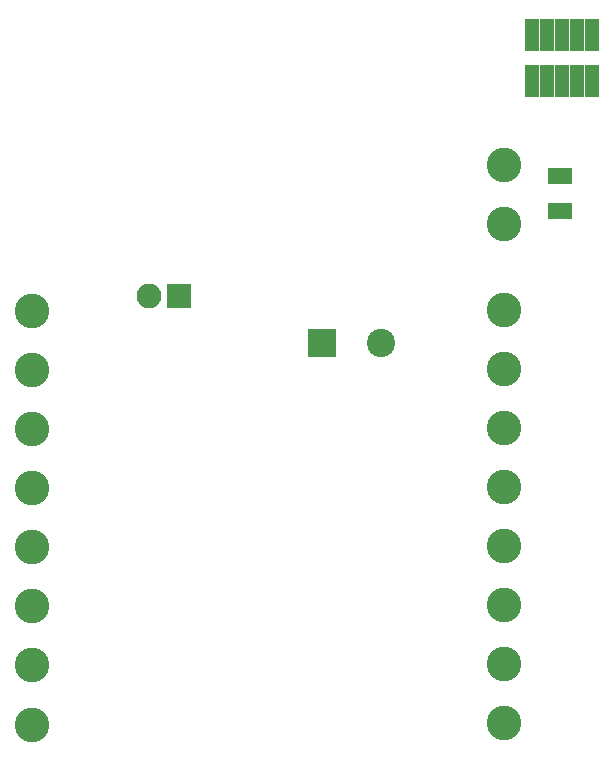
<source format=gbr>
G04 #@! TF.FileFunction,Soldermask,Bot*
%FSLAX46Y46*%
G04 Gerber Fmt 4.6, Leading zero omitted, Abs format (unit mm)*
G04 Created by KiCad (PCBNEW 4.0.7-e2-6376~58~ubuntu16.04.1) date Fri Nov 24 15:55:31 2017*
%MOMM*%
%LPD*%
G01*
G04 APERTURE LIST*
%ADD10C,0.100000*%
%ADD11R,1.150000X2.800000*%
%ADD12C,2.940000*%
%ADD13R,2.000000X1.400000*%
%ADD14R,2.100000X2.100000*%
%ADD15O,2.100000X2.100000*%
%ADD16R,2.400000X2.400000*%
%ADD17C,2.400000*%
G04 APERTURE END LIST*
D10*
D11*
X169687000Y-55357600D03*
X169687000Y-51457600D03*
X168417000Y-55357600D03*
X168417000Y-51457600D03*
X167147000Y-55357600D03*
X167147000Y-51457600D03*
X165877000Y-55357600D03*
X165877000Y-51457600D03*
X164607000Y-55357600D03*
X164607000Y-51457600D03*
D12*
X122236000Y-74854000D03*
X122236000Y-79854000D03*
X122236000Y-84854000D03*
X122236000Y-89854000D03*
X122236000Y-94854000D03*
X122236000Y-99854000D03*
X122236000Y-104854000D03*
X122236000Y-109854000D03*
X162241000Y-109727000D03*
X162241000Y-104727000D03*
X162241000Y-99727000D03*
X162241000Y-94727000D03*
X162241000Y-89727000D03*
X162241000Y-84727000D03*
X162241000Y-79727000D03*
X162241000Y-74727000D03*
D13*
X166940000Y-63372000D03*
X166940000Y-66372000D03*
D14*
X134682000Y-73532000D03*
D15*
X132142000Y-73532000D03*
D12*
X162215600Y-67486800D03*
X162215600Y-62486800D03*
D16*
X146775160Y-77520800D03*
D17*
X151775160Y-77520800D03*
M02*

</source>
